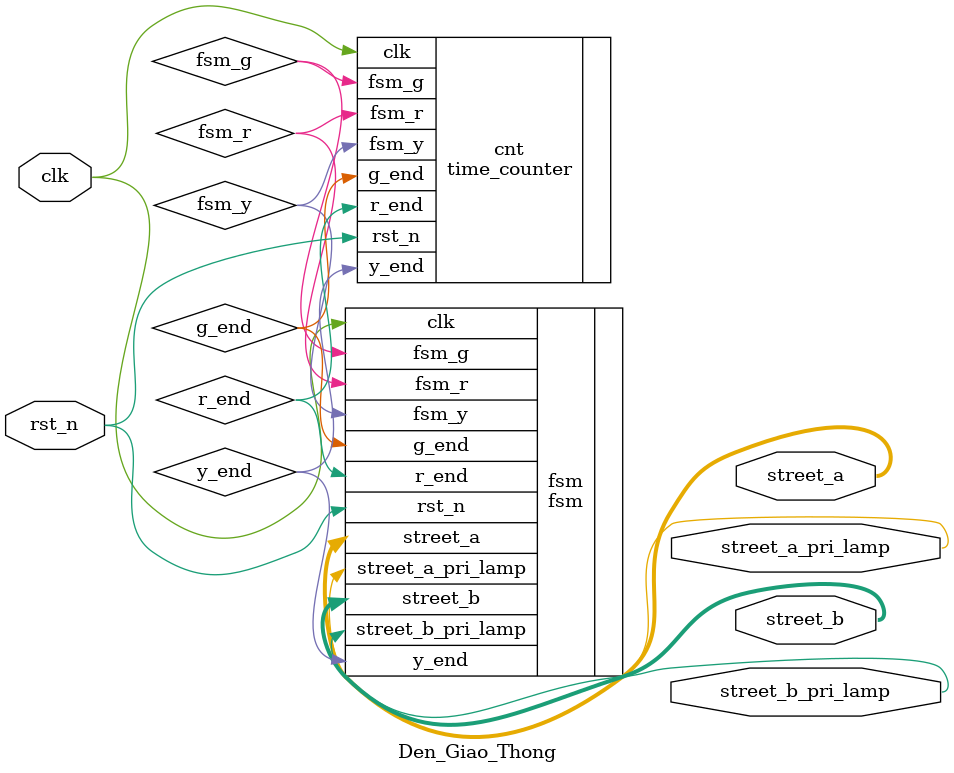
<source format=v>

module Den_Giao_Thong
(
    /*AUTOARG*/
    // Outputs
    street_a,
    street_a_pri_lamp,
    street_b,
    street_b_pri_lamp,
    // Inputs
    rst_n,
    clk
);

// Interface //
/* AUTO INPUT */
// Beginning of automatic inputs (from unused autoinst inputs)
input           clk;                // To cnt of time_counter.v, ...
input           rst_n;              // To cnt of time_counter.v, ...
// End of automatics

/*AUTO OUTPUT*/
// Beginning of automatic outputs (from unused autoinst outputs)
output [2:0]    street_a;           // From fsm of fsm.v
output [2:0]    street_b;           // From fsm of fsm.v
output          street_a_pri_lamp;
output          street_b_pri_lamp;
// End of automatics

/*AUTO WIRE*/
// Beginning of automatic wires (for undeclared instantiated-module outputs)
wire            fsm_g;              // From fsm of fsm.v
wire            fsm_r;              // From fsm of fsm.v
wire            fsm_y;              // From fsm of fsm.v
wire            g_end;              // From cnt of time_counter.v
wire            r_end;              // From cnt of time_counter.v
wire            y_end;              // From cnt of time_counter.v
// End of automatics

time_counter cnt
(
    /*AUTO INST*/
    // Outputs
    .g_end        (g_end),
    .y_end        (y_end),
    .r_end        (r_end),
    // Inputs
    .clk          (clk),
    .rst_n        (rst_n),
    .fsm_g        (fsm_g),
    .fsm_r        (fsm_r),
    .fsm_y        (fsm_y)
);

fsm fsm
(
    /*AUTOINST*/
    // Outputs
    .street_a           (street_a[2:0]),
    .street_a_pri_lamp  (street_a_pri_lamp),
    .street_b           (street_b[2:0]),
    .street_b_pri_lamp  (street_b_pri_lamp),
    .fsm_g              (fsm_g),
    .fsm_y              (fsm_y),
    .fsm_r              (fsm_r),
    // Inputs
    .clk                (clk),
    .rst_n              (rst_n),
    .g_end              (g_end),
    .y_end              (y_end),
    .r_end              (r_end)
);

endmodule

</source>
